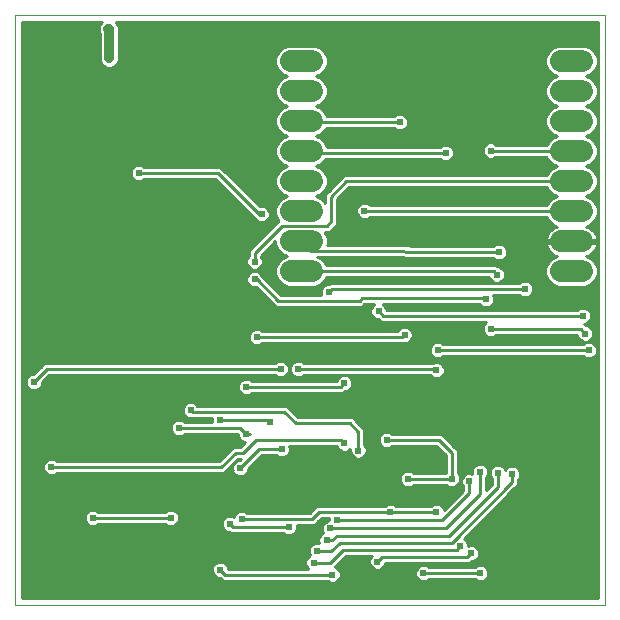
<source format=gbl>
G75*
%MOIN*%
%OFA0B0*%
%FSLAX25Y25*%
%IPPOS*%
%LPD*%
%AMOC8*
5,1,8,0,0,1.08239X$1,22.5*
%
%ADD10C,0.00000*%
%ADD11C,0.07200*%
%ADD12C,0.01000*%
%ADD13C,0.02400*%
%ADD14C,0.03200*%
D10*
X0005982Y0001000D02*
X0005982Y0197850D01*
X0202832Y0197850D01*
X0202832Y0001000D01*
X0005982Y0001000D01*
D11*
X0097972Y0112260D02*
X0105172Y0112260D01*
X0105172Y0122260D02*
X0097972Y0122260D01*
X0097972Y0132260D02*
X0105172Y0132260D01*
X0105172Y0142260D02*
X0097972Y0142260D01*
X0097972Y0152260D02*
X0105172Y0152260D01*
X0105172Y0162260D02*
X0097972Y0162260D01*
X0097972Y0172260D02*
X0105172Y0172260D01*
X0105172Y0182260D02*
X0097972Y0182260D01*
X0187972Y0182260D02*
X0195172Y0182260D01*
X0195172Y0172260D02*
X0187972Y0172260D01*
X0187972Y0162260D02*
X0195172Y0162260D01*
X0195172Y0152260D02*
X0187972Y0152260D01*
X0187972Y0142260D02*
X0195172Y0142260D01*
X0195172Y0132260D02*
X0187972Y0132260D01*
X0187972Y0122260D02*
X0195172Y0122260D01*
X0195172Y0112260D02*
X0187972Y0112260D01*
D12*
X0184329Y0115829D02*
X0108816Y0115829D01*
X0109496Y0115149D02*
X0108061Y0116583D01*
X0106821Y0117097D01*
X0165569Y0116728D01*
X0165870Y0116428D01*
X0166862Y0116017D01*
X0167936Y0116017D01*
X0168928Y0116428D01*
X0169688Y0117187D01*
X0170099Y0118179D01*
X0170099Y0119254D01*
X0169688Y0120246D01*
X0168928Y0121005D01*
X0167936Y0121417D01*
X0166862Y0121417D01*
X0165870Y0121005D01*
X0165592Y0120728D01*
X0110202Y0121076D01*
X0110272Y0121245D01*
X0110272Y0123274D01*
X0109496Y0125149D01*
X0109267Y0125378D01*
X0110747Y0125378D01*
X0111919Y0126550D01*
X0113493Y0128124D01*
X0113493Y0136392D01*
X0117361Y0140260D01*
X0183280Y0140260D01*
X0183649Y0139371D01*
X0185083Y0137936D01*
X0186716Y0137260D01*
X0185083Y0136583D01*
X0183649Y0135149D01*
X0183280Y0134260D01*
X0124572Y0134260D01*
X0124046Y0134785D01*
X0123054Y0135196D01*
X0121980Y0135196D01*
X0120988Y0134785D01*
X0120228Y0134025D01*
X0119817Y0133033D01*
X0119817Y0131959D01*
X0120228Y0130967D01*
X0120988Y0130207D01*
X0121980Y0129796D01*
X0123054Y0129796D01*
X0124046Y0130207D01*
X0124099Y0130260D01*
X0183280Y0130260D01*
X0183649Y0129371D01*
X0185083Y0127936D01*
X0186778Y0127234D01*
X0186014Y0126986D01*
X0185299Y0126622D01*
X0184650Y0126150D01*
X0184082Y0125582D01*
X0183610Y0124933D01*
X0183246Y0124218D01*
X0182998Y0123454D01*
X0182888Y0122760D01*
X0191072Y0122760D01*
X0191072Y0121760D01*
X0182888Y0121760D01*
X0182998Y0121066D01*
X0183246Y0120302D01*
X0183610Y0119587D01*
X0184082Y0118937D01*
X0184650Y0118370D01*
X0185299Y0117898D01*
X0186014Y0117533D01*
X0186778Y0117285D01*
X0185083Y0116583D01*
X0183649Y0115149D01*
X0182872Y0113274D01*
X0182872Y0111245D01*
X0183649Y0109371D01*
X0185083Y0107936D01*
X0186958Y0107160D01*
X0196187Y0107160D01*
X0198061Y0107936D01*
X0199496Y0109371D01*
X0200272Y0111245D01*
X0200272Y0113274D01*
X0199496Y0115149D01*
X0198061Y0116583D01*
X0196366Y0117285D01*
X0196366Y0117285D01*
X0197130Y0117533D01*
X0197845Y0117898D01*
X0198495Y0118370D01*
X0199062Y0118937D01*
X0199534Y0119587D01*
X0199898Y0120302D01*
X0200147Y0121066D01*
X0200257Y0121760D01*
X0192072Y0121760D01*
X0192072Y0122760D01*
X0200257Y0122760D01*
X0200147Y0123454D01*
X0199898Y0124218D01*
X0199534Y0124933D01*
X0199062Y0125582D01*
X0198495Y0126150D01*
X0197845Y0126622D01*
X0197130Y0126986D01*
X0196366Y0127234D01*
X0198061Y0127936D01*
X0199496Y0129371D01*
X0200272Y0131245D01*
X0200272Y0133274D01*
X0199496Y0135149D01*
X0198061Y0136583D01*
X0196428Y0137260D01*
X0198061Y0137936D01*
X0199496Y0139371D01*
X0200272Y0141245D01*
X0200272Y0143274D01*
X0199496Y0145149D01*
X0198061Y0146583D01*
X0196428Y0147260D01*
X0198061Y0147936D01*
X0199496Y0149371D01*
X0200272Y0151245D01*
X0200272Y0153274D01*
X0199496Y0155149D01*
X0198061Y0156583D01*
X0196428Y0157260D01*
X0198061Y0157936D01*
X0199496Y0159371D01*
X0200272Y0161245D01*
X0200272Y0163274D01*
X0199496Y0165149D01*
X0198061Y0166583D01*
X0196428Y0167260D01*
X0198061Y0167936D01*
X0199496Y0169371D01*
X0200272Y0171245D01*
X0200272Y0173274D01*
X0199496Y0175149D01*
X0198061Y0176583D01*
X0196428Y0177260D01*
X0198061Y0177936D01*
X0199496Y0179371D01*
X0200272Y0181245D01*
X0200272Y0183274D01*
X0199496Y0185149D01*
X0198061Y0186583D01*
X0196187Y0187360D01*
X0186958Y0187360D01*
X0185083Y0186583D01*
X0183649Y0185149D01*
X0182872Y0183274D01*
X0182872Y0181245D01*
X0183649Y0179371D01*
X0185083Y0177936D01*
X0186716Y0177260D01*
X0185083Y0176583D01*
X0183649Y0175149D01*
X0182872Y0173274D01*
X0182872Y0171245D01*
X0183649Y0169371D01*
X0185083Y0167936D01*
X0186716Y0167260D01*
X0185083Y0166583D01*
X0183649Y0165149D01*
X0182872Y0163274D01*
X0182872Y0161245D01*
X0183649Y0159371D01*
X0185083Y0157936D01*
X0186716Y0157260D01*
X0185083Y0156583D01*
X0183649Y0155149D01*
X0183411Y0154575D01*
X0166461Y0154575D01*
X0166172Y0154864D01*
X0165180Y0155275D01*
X0164106Y0155275D01*
X0163114Y0154864D01*
X0162354Y0154104D01*
X0161943Y0153112D01*
X0161943Y0152038D01*
X0162354Y0151045D01*
X0163114Y0150286D01*
X0164106Y0149875D01*
X0165180Y0149875D01*
X0166172Y0150286D01*
X0166461Y0150575D01*
X0183150Y0150575D01*
X0183649Y0149371D01*
X0185083Y0147936D01*
X0186716Y0147260D01*
X0185083Y0146583D01*
X0183649Y0145149D01*
X0183280Y0144260D01*
X0115704Y0144260D01*
X0110665Y0139220D01*
X0109493Y0138049D01*
X0109493Y0135151D01*
X0108061Y0136583D01*
X0106428Y0137260D01*
X0108061Y0137936D01*
X0109496Y0139371D01*
X0110272Y0141245D01*
X0110272Y0143274D01*
X0109496Y0145149D01*
X0108061Y0146583D01*
X0106428Y0147260D01*
X0108061Y0147936D01*
X0109496Y0149371D01*
X0109668Y0149787D01*
X0147864Y0149787D01*
X0148153Y0149498D01*
X0149145Y0149087D01*
X0150219Y0149087D01*
X0151212Y0149498D01*
X0151971Y0150258D01*
X0152382Y0151250D01*
X0152382Y0152324D01*
X0151971Y0153317D01*
X0151212Y0154076D01*
X0150219Y0154487D01*
X0149145Y0154487D01*
X0148153Y0154076D01*
X0147864Y0153787D01*
X0110060Y0153787D01*
X0109496Y0155149D01*
X0108061Y0156583D01*
X0106428Y0157260D01*
X0108061Y0157936D01*
X0109496Y0159371D01*
X0109766Y0160024D01*
X0132510Y0160024D01*
X0132799Y0159735D01*
X0133791Y0159324D01*
X0134865Y0159324D01*
X0135857Y0159735D01*
X0136617Y0160494D01*
X0137028Y0161487D01*
X0137028Y0162561D01*
X0136617Y0163553D01*
X0135857Y0164313D01*
X0134865Y0164724D01*
X0133791Y0164724D01*
X0132799Y0164313D01*
X0132510Y0164024D01*
X0109962Y0164024D01*
X0109496Y0165149D01*
X0108061Y0166583D01*
X0106428Y0167260D01*
X0108061Y0167936D01*
X0109496Y0169371D01*
X0110272Y0171245D01*
X0110272Y0173274D01*
X0109496Y0175149D01*
X0108061Y0176583D01*
X0106428Y0177260D01*
X0108061Y0177936D01*
X0109496Y0179371D01*
X0110272Y0181245D01*
X0110272Y0183274D01*
X0109496Y0185149D01*
X0108061Y0186583D01*
X0106187Y0187360D01*
X0096958Y0187360D01*
X0095083Y0186583D01*
X0093649Y0185149D01*
X0092872Y0183274D01*
X0092872Y0181245D01*
X0093649Y0179371D01*
X0095083Y0177936D01*
X0096716Y0177260D01*
X0095083Y0176583D01*
X0093649Y0175149D01*
X0092872Y0173274D01*
X0092872Y0171245D01*
X0093649Y0169371D01*
X0095083Y0167936D01*
X0096716Y0167260D01*
X0095083Y0166583D01*
X0093649Y0165149D01*
X0092872Y0163274D01*
X0092872Y0161245D01*
X0093649Y0159371D01*
X0095083Y0157936D01*
X0096716Y0157260D01*
X0095083Y0156583D01*
X0093649Y0155149D01*
X0092872Y0153274D01*
X0092872Y0151245D01*
X0093649Y0149371D01*
X0095083Y0147936D01*
X0096716Y0147260D01*
X0095083Y0146583D01*
X0093649Y0145149D01*
X0092872Y0143274D01*
X0092872Y0141245D01*
X0093649Y0139371D01*
X0095083Y0137936D01*
X0096716Y0137260D01*
X0095083Y0136583D01*
X0093649Y0135149D01*
X0092872Y0133274D01*
X0092872Y0131245D01*
X0093649Y0129371D01*
X0093886Y0129134D01*
X0085074Y0120323D01*
X0083903Y0119151D01*
X0083903Y0117385D01*
X0083614Y0117096D01*
X0083203Y0116104D01*
X0083203Y0115030D01*
X0083614Y0114037D01*
X0084373Y0113278D01*
X0085366Y0112867D01*
X0086440Y0112867D01*
X0087432Y0113278D01*
X0088192Y0114037D01*
X0088603Y0115030D01*
X0088603Y0116104D01*
X0088192Y0117096D01*
X0087903Y0117385D01*
X0087903Y0117494D01*
X0092872Y0122464D01*
X0092872Y0121245D01*
X0093649Y0119371D01*
X0095083Y0117936D01*
X0096716Y0117260D01*
X0095083Y0116583D01*
X0093649Y0115149D01*
X0092872Y0113274D01*
X0092872Y0111245D01*
X0093649Y0109371D01*
X0095083Y0107936D01*
X0096958Y0107160D01*
X0106187Y0107160D01*
X0108061Y0107936D01*
X0109496Y0109371D01*
X0109864Y0110260D01*
X0164094Y0110260D01*
X0164323Y0109707D01*
X0165082Y0108947D01*
X0166074Y0108536D01*
X0167149Y0108536D01*
X0168141Y0108947D01*
X0168900Y0109707D01*
X0169312Y0110699D01*
X0169312Y0111773D01*
X0168900Y0112766D01*
X0168141Y0113525D01*
X0167149Y0113936D01*
X0166740Y0113936D01*
X0166416Y0114260D01*
X0109864Y0114260D01*
X0109496Y0115149D01*
X0109628Y0114830D02*
X0183517Y0114830D01*
X0183103Y0113832D02*
X0167401Y0113832D01*
X0168833Y0112833D02*
X0182872Y0112833D01*
X0182872Y0111835D02*
X0169286Y0111835D01*
X0169312Y0110836D02*
X0183042Y0110836D01*
X0183455Y0109838D02*
X0168955Y0109838D01*
X0167880Y0108839D02*
X0174624Y0108839D01*
X0174531Y0108801D02*
X0174242Y0108512D01*
X0111059Y0108512D01*
X0110578Y0108031D01*
X0110169Y0108031D01*
X0109177Y0107620D01*
X0108417Y0106860D01*
X0108006Y0105868D01*
X0108006Y0104794D01*
X0108097Y0104575D01*
X0094605Y0104575D01*
X0088335Y0110845D01*
X0088192Y0111191D01*
X0087432Y0111950D01*
X0086440Y0112361D01*
X0085366Y0112361D01*
X0084373Y0111950D01*
X0083614Y0111191D01*
X0083203Y0110198D01*
X0083203Y0109124D01*
X0083614Y0108132D01*
X0084373Y0107372D01*
X0085366Y0106961D01*
X0086440Y0106961D01*
X0086526Y0106997D01*
X0091777Y0101746D01*
X0092948Y0100575D01*
X0121771Y0100575D01*
X0122558Y0101362D01*
X0125813Y0101362D01*
X0125712Y0101320D01*
X0124952Y0100561D01*
X0124541Y0099569D01*
X0124541Y0098494D01*
X0124952Y0097502D01*
X0125712Y0096743D01*
X0126704Y0096331D01*
X0127113Y0096331D01*
X0127988Y0095457D01*
X0163214Y0095457D01*
X0163114Y0095415D01*
X0162354Y0094655D01*
X0161943Y0093663D01*
X0161943Y0092589D01*
X0162354Y0091597D01*
X0163114Y0090837D01*
X0164106Y0090426D01*
X0165180Y0090426D01*
X0166172Y0090837D01*
X0166461Y0091126D01*
X0193439Y0091126D01*
X0193439Y0091014D01*
X0193850Y0090022D01*
X0194610Y0089262D01*
X0195602Y0088851D01*
X0196676Y0088851D01*
X0197669Y0089262D01*
X0198428Y0090022D01*
X0198839Y0091014D01*
X0198839Y0092088D01*
X0198428Y0093081D01*
X0197669Y0093840D01*
X0196676Y0094251D01*
X0196267Y0094251D01*
X0195762Y0094757D01*
X0195889Y0094757D01*
X0196881Y0095168D01*
X0197641Y0095927D01*
X0198052Y0096920D01*
X0198052Y0097994D01*
X0197641Y0098986D01*
X0196881Y0099746D01*
X0195889Y0100157D01*
X0194815Y0100157D01*
X0193822Y0099746D01*
X0193533Y0099457D01*
X0129941Y0099457D01*
X0129941Y0099569D01*
X0129530Y0100561D01*
X0128771Y0101320D01*
X0128670Y0101362D01*
X0160856Y0101362D01*
X0161539Y0100680D01*
X0162531Y0100269D01*
X0163605Y0100269D01*
X0164598Y0100680D01*
X0165357Y0101439D01*
X0165768Y0102431D01*
X0165768Y0103506D01*
X0165357Y0104498D01*
X0165343Y0104512D01*
X0174242Y0104512D01*
X0174531Y0104223D01*
X0175523Y0103812D01*
X0176597Y0103812D01*
X0177590Y0104223D01*
X0178349Y0104982D01*
X0178760Y0105975D01*
X0178760Y0107049D01*
X0178349Y0108041D01*
X0177590Y0108801D01*
X0176597Y0109212D01*
X0175523Y0109212D01*
X0174531Y0108801D01*
X0176060Y0106512D02*
X0111887Y0106512D01*
X0110706Y0105331D01*
X0109710Y0107841D02*
X0107830Y0107841D01*
X0108410Y0106842D02*
X0092338Y0106842D01*
X0093336Y0105844D02*
X0108006Y0105844D01*
X0108006Y0104845D02*
X0094335Y0104845D01*
X0093777Y0102575D02*
X0120942Y0102575D01*
X0121730Y0103362D01*
X0162675Y0103362D01*
X0163068Y0102969D01*
X0161367Y0100851D02*
X0129240Y0100851D01*
X0129824Y0099853D02*
X0194081Y0099853D01*
X0196623Y0099853D02*
X0200332Y0099853D01*
X0200332Y0100851D02*
X0164769Y0100851D01*
X0165527Y0101850D02*
X0200332Y0101850D01*
X0200332Y0102848D02*
X0165768Y0102848D01*
X0165627Y0103847D02*
X0175439Y0103847D01*
X0176682Y0103847D02*
X0200332Y0103847D01*
X0200332Y0104845D02*
X0178212Y0104845D01*
X0178706Y0105844D02*
X0200332Y0105844D01*
X0200332Y0106842D02*
X0178760Y0106842D01*
X0178432Y0107841D02*
X0185314Y0107841D01*
X0184180Y0108839D02*
X0177497Y0108839D01*
X0169328Y0116827D02*
X0185672Y0116827D01*
X0185441Y0117826D02*
X0169952Y0117826D01*
X0170099Y0118824D02*
X0184195Y0118824D01*
X0183490Y0119823D02*
X0169863Y0119823D01*
X0169112Y0120821D02*
X0183077Y0120821D01*
X0182897Y0122818D02*
X0110272Y0122818D01*
X0110272Y0121820D02*
X0191072Y0121820D01*
X0192072Y0121820D02*
X0200332Y0121820D01*
X0200332Y0122818D02*
X0200247Y0122818D01*
X0200332Y0123817D02*
X0200029Y0123817D01*
X0200332Y0124815D02*
X0199594Y0124815D01*
X0200332Y0125814D02*
X0198831Y0125814D01*
X0197471Y0126812D02*
X0200332Y0126812D01*
X0200332Y0127811D02*
X0197758Y0127811D01*
X0196366Y0127234D02*
X0196366Y0127234D01*
X0198934Y0128809D02*
X0200332Y0128809D01*
X0200332Y0129808D02*
X0199677Y0129808D01*
X0200090Y0130806D02*
X0200332Y0130806D01*
X0200332Y0131805D02*
X0200272Y0131805D01*
X0200272Y0132803D02*
X0200332Y0132803D01*
X0200332Y0133802D02*
X0200054Y0133802D01*
X0200332Y0134801D02*
X0199640Y0134801D01*
X0200332Y0135799D02*
X0198845Y0135799D01*
X0197544Y0136798D02*
X0200332Y0136798D01*
X0200332Y0137796D02*
X0197723Y0137796D01*
X0198919Y0138795D02*
X0200332Y0138795D01*
X0200332Y0139793D02*
X0199671Y0139793D01*
X0200084Y0140792D02*
X0200332Y0140792D01*
X0200332Y0141790D02*
X0200272Y0141790D01*
X0200272Y0142789D02*
X0200332Y0142789D01*
X0200332Y0143787D02*
X0200060Y0143787D01*
X0200332Y0144786D02*
X0199646Y0144786D01*
X0200332Y0145784D02*
X0198860Y0145784D01*
X0197580Y0146783D02*
X0200332Y0146783D01*
X0200332Y0147781D02*
X0197687Y0147781D01*
X0198904Y0148780D02*
X0200332Y0148780D01*
X0200332Y0149778D02*
X0199664Y0149778D01*
X0200078Y0150777D02*
X0200332Y0150777D01*
X0200332Y0151775D02*
X0200272Y0151775D01*
X0200272Y0152774D02*
X0200332Y0152774D01*
X0200332Y0153772D02*
X0200066Y0153772D01*
X0200332Y0154771D02*
X0199652Y0154771D01*
X0200332Y0155769D02*
X0198875Y0155769D01*
X0197616Y0156768D02*
X0200332Y0156768D01*
X0200332Y0157766D02*
X0197651Y0157766D01*
X0198890Y0158765D02*
X0200332Y0158765D01*
X0200332Y0159763D02*
X0199658Y0159763D01*
X0200072Y0160762D02*
X0200332Y0160762D01*
X0200332Y0161760D02*
X0200272Y0161760D01*
X0200272Y0162759D02*
X0200332Y0162759D01*
X0200332Y0163757D02*
X0200072Y0163757D01*
X0200332Y0164756D02*
X0199658Y0164756D01*
X0200332Y0165754D02*
X0198890Y0165754D01*
X0197652Y0166753D02*
X0200332Y0166753D01*
X0200332Y0167751D02*
X0197615Y0167751D01*
X0198875Y0168750D02*
X0200332Y0168750D01*
X0200332Y0169748D02*
X0199652Y0169748D01*
X0200066Y0170747D02*
X0200332Y0170747D01*
X0200332Y0171745D02*
X0200272Y0171745D01*
X0200272Y0172744D02*
X0200332Y0172744D01*
X0200332Y0173742D02*
X0200078Y0173742D01*
X0200332Y0174741D02*
X0199665Y0174741D01*
X0200332Y0175739D02*
X0198905Y0175739D01*
X0197688Y0176738D02*
X0200332Y0176738D01*
X0200332Y0177737D02*
X0197579Y0177737D01*
X0198860Y0178735D02*
X0200332Y0178735D01*
X0200332Y0179734D02*
X0199646Y0179734D01*
X0200060Y0180732D02*
X0200332Y0180732D01*
X0200332Y0181731D02*
X0200272Y0181731D01*
X0200272Y0182729D02*
X0200332Y0182729D01*
X0200332Y0183728D02*
X0200084Y0183728D01*
X0200332Y0184726D02*
X0199671Y0184726D01*
X0200332Y0185725D02*
X0198920Y0185725D01*
X0197724Y0186723D02*
X0200332Y0186723D01*
X0200332Y0187722D02*
X0040578Y0187722D01*
X0040578Y0188720D02*
X0200332Y0188720D01*
X0200332Y0189719D02*
X0040578Y0189719D01*
X0040578Y0190717D02*
X0200332Y0190717D01*
X0200332Y0191716D02*
X0040578Y0191716D01*
X0040578Y0192714D02*
X0200332Y0192714D01*
X0200332Y0193713D02*
X0040578Y0193713D01*
X0040578Y0193743D02*
X0040106Y0194882D01*
X0039637Y0195350D01*
X0200332Y0195350D01*
X0200332Y0003500D01*
X0008482Y0003500D01*
X0008482Y0195350D01*
X0034924Y0195350D01*
X0034456Y0194882D01*
X0033984Y0193743D01*
X0033984Y0192509D01*
X0034378Y0191559D01*
X0034378Y0182667D01*
X0034850Y0181527D01*
X0035722Y0180655D01*
X0036861Y0180183D01*
X0038094Y0180183D01*
X0039234Y0180655D01*
X0040106Y0181527D01*
X0040578Y0182667D01*
X0040578Y0193743D01*
X0040176Y0194711D02*
X0200332Y0194711D01*
X0185421Y0186723D02*
X0107724Y0186723D01*
X0108920Y0185725D02*
X0184224Y0185725D01*
X0183474Y0184726D02*
X0109671Y0184726D01*
X0110084Y0183728D02*
X0183060Y0183728D01*
X0182872Y0182729D02*
X0110272Y0182729D01*
X0110272Y0181731D02*
X0182872Y0181731D01*
X0183085Y0180732D02*
X0110060Y0180732D01*
X0109646Y0179734D02*
X0183498Y0179734D01*
X0184284Y0178735D02*
X0108860Y0178735D01*
X0107579Y0177737D02*
X0185566Y0177737D01*
X0185456Y0176738D02*
X0107688Y0176738D01*
X0108905Y0175739D02*
X0184239Y0175739D01*
X0183480Y0174741D02*
X0109665Y0174741D01*
X0110078Y0173742D02*
X0183066Y0173742D01*
X0182872Y0172744D02*
X0110272Y0172744D01*
X0110272Y0171745D02*
X0182872Y0171745D01*
X0183079Y0170747D02*
X0110066Y0170747D01*
X0109652Y0169748D02*
X0183492Y0169748D01*
X0184270Y0168750D02*
X0108875Y0168750D01*
X0107615Y0167751D02*
X0185530Y0167751D01*
X0185492Y0166753D02*
X0107652Y0166753D01*
X0108890Y0165754D02*
X0184254Y0165754D01*
X0183486Y0164756D02*
X0109658Y0164756D01*
X0109658Y0159763D02*
X0132770Y0159763D01*
X0134328Y0162024D02*
X0101808Y0162024D01*
X0101572Y0162260D01*
X0107651Y0157766D02*
X0185494Y0157766D01*
X0185528Y0156768D02*
X0107616Y0156768D01*
X0108875Y0155769D02*
X0184269Y0155769D01*
X0183492Y0154771D02*
X0166265Y0154771D01*
X0164643Y0152575D02*
X0191257Y0152575D01*
X0191572Y0152260D01*
X0185458Y0147781D02*
X0107687Y0147781D01*
X0107580Y0146783D02*
X0185564Y0146783D01*
X0184284Y0145784D02*
X0108860Y0145784D01*
X0109646Y0144786D02*
X0183498Y0144786D01*
X0184240Y0148780D02*
X0108904Y0148780D01*
X0109664Y0149778D02*
X0147873Y0149778D01*
X0149682Y0151787D02*
X0102045Y0151787D01*
X0101572Y0152260D01*
X0095528Y0156768D02*
X0008482Y0156768D01*
X0008482Y0157766D02*
X0095494Y0157766D01*
X0094255Y0158765D02*
X0008482Y0158765D01*
X0008482Y0159763D02*
X0093486Y0159763D01*
X0093072Y0160762D02*
X0008482Y0160762D01*
X0008482Y0161760D02*
X0092872Y0161760D01*
X0092872Y0162759D02*
X0008482Y0162759D01*
X0008482Y0163757D02*
X0093072Y0163757D01*
X0093486Y0164756D02*
X0008482Y0164756D01*
X0008482Y0165754D02*
X0094254Y0165754D01*
X0095492Y0166753D02*
X0008482Y0166753D01*
X0008482Y0167751D02*
X0095530Y0167751D01*
X0094270Y0168750D02*
X0008482Y0168750D01*
X0008482Y0169748D02*
X0093492Y0169748D01*
X0093079Y0170747D02*
X0008482Y0170747D01*
X0008482Y0171745D02*
X0092872Y0171745D01*
X0092872Y0172744D02*
X0008482Y0172744D01*
X0008482Y0173742D02*
X0093066Y0173742D01*
X0093480Y0174741D02*
X0008482Y0174741D01*
X0008482Y0175739D02*
X0094239Y0175739D01*
X0095456Y0176738D02*
X0008482Y0176738D01*
X0008482Y0177737D02*
X0095566Y0177737D01*
X0094284Y0178735D02*
X0008482Y0178735D01*
X0008482Y0179734D02*
X0093498Y0179734D01*
X0093085Y0180732D02*
X0039310Y0180732D01*
X0040190Y0181731D02*
X0092872Y0181731D01*
X0092872Y0182729D02*
X0040578Y0182729D01*
X0040578Y0183728D02*
X0093060Y0183728D01*
X0093474Y0184726D02*
X0040578Y0184726D01*
X0040578Y0185725D02*
X0094224Y0185725D01*
X0095421Y0186723D02*
X0040578Y0186723D01*
X0034378Y0186723D02*
X0008482Y0186723D01*
X0008482Y0185725D02*
X0034378Y0185725D01*
X0034378Y0184726D02*
X0008482Y0184726D01*
X0008482Y0183728D02*
X0034378Y0183728D01*
X0034378Y0182729D02*
X0008482Y0182729D01*
X0008482Y0181731D02*
X0034765Y0181731D01*
X0035645Y0180732D02*
X0008482Y0180732D01*
X0008482Y0187722D02*
X0034378Y0187722D01*
X0034378Y0188720D02*
X0008482Y0188720D01*
X0008482Y0189719D02*
X0034378Y0189719D01*
X0034378Y0190717D02*
X0008482Y0190717D01*
X0008482Y0191716D02*
X0034313Y0191716D01*
X0033984Y0192714D02*
X0008482Y0192714D01*
X0008482Y0193713D02*
X0033984Y0193713D01*
X0034385Y0194711D02*
X0008482Y0194711D01*
X0008482Y0155769D02*
X0094269Y0155769D01*
X0093492Y0154771D02*
X0008482Y0154771D01*
X0008482Y0153772D02*
X0093078Y0153772D01*
X0092872Y0152774D02*
X0008482Y0152774D01*
X0008482Y0151775D02*
X0092872Y0151775D01*
X0093066Y0150777D02*
X0008482Y0150777D01*
X0008482Y0149778D02*
X0093480Y0149778D01*
X0094240Y0148780D02*
X0008482Y0148780D01*
X0008482Y0147781D02*
X0046751Y0147781D01*
X0046783Y0147794D02*
X0045791Y0147383D01*
X0045031Y0146624D01*
X0044620Y0145632D01*
X0044620Y0144557D01*
X0045031Y0143565D01*
X0045791Y0142806D01*
X0046783Y0142394D01*
X0047857Y0142394D01*
X0048850Y0142806D01*
X0049139Y0143094D01*
X0072870Y0143094D01*
X0085478Y0130487D01*
X0085833Y0130131D01*
X0085976Y0129786D01*
X0086736Y0129026D01*
X0087728Y0128615D01*
X0088802Y0128615D01*
X0089794Y0129026D01*
X0090554Y0129786D01*
X0090965Y0130778D01*
X0090965Y0131852D01*
X0090554Y0132844D01*
X0089794Y0133604D01*
X0088802Y0134015D01*
X0087728Y0134015D01*
X0087642Y0133979D01*
X0074527Y0147094D01*
X0049139Y0147094D01*
X0048850Y0147383D01*
X0047857Y0147794D01*
X0046783Y0147794D01*
X0047889Y0147781D02*
X0095458Y0147781D01*
X0095564Y0146783D02*
X0074838Y0146783D01*
X0075837Y0145784D02*
X0094284Y0145784D01*
X0093498Y0144786D02*
X0076835Y0144786D01*
X0077834Y0143787D02*
X0093085Y0143787D01*
X0092872Y0142789D02*
X0078832Y0142789D01*
X0079831Y0141790D02*
X0092872Y0141790D01*
X0093060Y0140792D02*
X0080829Y0140792D01*
X0081828Y0139793D02*
X0093474Y0139793D01*
X0094225Y0138795D02*
X0082826Y0138795D01*
X0083825Y0137796D02*
X0095422Y0137796D01*
X0095600Y0136798D02*
X0084823Y0136798D01*
X0085822Y0135799D02*
X0094299Y0135799D01*
X0093504Y0134801D02*
X0086821Y0134801D01*
X0089316Y0133802D02*
X0093091Y0133802D01*
X0092872Y0132803D02*
X0090571Y0132803D01*
X0090965Y0131805D02*
X0092872Y0131805D01*
X0093054Y0130806D02*
X0090965Y0130806D01*
X0090563Y0129808D02*
X0093468Y0129808D01*
X0093561Y0128809D02*
X0089272Y0128809D01*
X0087258Y0128809D02*
X0008482Y0128809D01*
X0008482Y0127811D02*
X0092563Y0127811D01*
X0091564Y0126812D02*
X0008482Y0126812D01*
X0008482Y0125814D02*
X0090566Y0125814D01*
X0089567Y0124815D02*
X0008482Y0124815D01*
X0008482Y0123817D02*
X0088569Y0123817D01*
X0087570Y0122818D02*
X0008482Y0122818D01*
X0008482Y0121820D02*
X0086571Y0121820D01*
X0085573Y0120821D02*
X0008482Y0120821D01*
X0008482Y0119823D02*
X0084574Y0119823D01*
X0083903Y0118824D02*
X0008482Y0118824D01*
X0008482Y0117826D02*
X0083903Y0117826D01*
X0083502Y0116827D02*
X0008482Y0116827D01*
X0008482Y0115829D02*
X0083203Y0115829D01*
X0083286Y0114830D02*
X0008482Y0114830D01*
X0008482Y0113832D02*
X0083820Y0113832D01*
X0084258Y0111835D02*
X0008482Y0111835D01*
X0008482Y0112833D02*
X0092872Y0112833D01*
X0092872Y0111835D02*
X0087548Y0111835D01*
X0088344Y0110836D02*
X0093042Y0110836D01*
X0093455Y0109838D02*
X0089342Y0109838D01*
X0090341Y0108839D02*
X0094180Y0108839D01*
X0095314Y0107841D02*
X0091339Y0107841D01*
X0088678Y0104845D02*
X0008482Y0104845D01*
X0008482Y0103847D02*
X0089677Y0103847D01*
X0090675Y0102848D02*
X0008482Y0102848D01*
X0008482Y0101850D02*
X0091674Y0101850D01*
X0092672Y0100851D02*
X0008482Y0100851D01*
X0008482Y0099853D02*
X0124659Y0099853D01*
X0124541Y0098854D02*
X0008482Y0098854D01*
X0008482Y0097856D02*
X0124806Y0097856D01*
X0125597Y0096857D02*
X0008482Y0096857D01*
X0008482Y0095859D02*
X0127586Y0095859D01*
X0128816Y0097457D02*
X0127241Y0099031D01*
X0128816Y0097457D02*
X0195352Y0097457D01*
X0196138Y0094860D02*
X0200332Y0094860D01*
X0200332Y0093862D02*
X0197617Y0093862D01*
X0198518Y0092863D02*
X0200332Y0092863D01*
X0200332Y0091865D02*
X0198839Y0091865D01*
X0198778Y0090866D02*
X0200332Y0090866D01*
X0200332Y0089868D02*
X0198274Y0089868D01*
X0197857Y0088739D02*
X0196783Y0088739D01*
X0195791Y0088328D01*
X0195502Y0088039D01*
X0148745Y0088039D01*
X0148456Y0088328D01*
X0147464Y0088739D01*
X0146389Y0088739D01*
X0145397Y0088328D01*
X0144638Y0087569D01*
X0144226Y0086576D01*
X0144226Y0085502D01*
X0144638Y0084510D01*
X0145397Y0083750D01*
X0146389Y0083339D01*
X0147464Y0083339D01*
X0148456Y0083750D01*
X0148745Y0084039D01*
X0195502Y0084039D01*
X0195791Y0083750D01*
X0196783Y0083339D01*
X0197857Y0083339D01*
X0198850Y0083750D01*
X0199609Y0084510D01*
X0200020Y0085502D01*
X0200020Y0086576D01*
X0199609Y0087569D01*
X0198850Y0088328D01*
X0197857Y0088739D01*
X0196719Y0088869D02*
X0200332Y0088869D01*
X0200332Y0087870D02*
X0199307Y0087870D01*
X0199898Y0086872D02*
X0200332Y0086872D01*
X0200332Y0085873D02*
X0200020Y0085873D01*
X0199760Y0084875D02*
X0200332Y0084875D01*
X0200332Y0083876D02*
X0198976Y0083876D01*
X0200332Y0082878D02*
X0008482Y0082878D01*
X0008482Y0083876D02*
X0145271Y0083876D01*
X0144486Y0084875D02*
X0008482Y0084875D01*
X0008482Y0085873D02*
X0144226Y0085873D01*
X0144349Y0086872D02*
X0008482Y0086872D01*
X0008482Y0087870D02*
X0085669Y0087870D01*
X0086153Y0087670D02*
X0085161Y0088081D01*
X0084401Y0088841D01*
X0083990Y0089833D01*
X0083990Y0090907D01*
X0084401Y0091899D01*
X0085161Y0092659D01*
X0086153Y0093070D01*
X0087227Y0093070D01*
X0088220Y0092659D01*
X0088509Y0092370D01*
X0133483Y0092370D01*
X0133614Y0092687D01*
X0134373Y0093446D01*
X0135366Y0093857D01*
X0136440Y0093857D01*
X0137432Y0093446D01*
X0138192Y0092687D01*
X0138603Y0091695D01*
X0138603Y0090620D01*
X0138192Y0089628D01*
X0137432Y0088869D01*
X0136440Y0088457D01*
X0136031Y0088457D01*
X0135944Y0088370D01*
X0088509Y0088370D01*
X0088220Y0088081D01*
X0087227Y0087670D01*
X0086153Y0087670D01*
X0087711Y0087870D02*
X0144939Y0087870D01*
X0146926Y0086039D02*
X0197320Y0086039D01*
X0195665Y0083876D02*
X0148582Y0083876D01*
X0147473Y0081879D02*
X0200332Y0081879D01*
X0200332Y0080881D02*
X0148817Y0080881D01*
X0148822Y0080876D02*
X0148062Y0081635D01*
X0147070Y0082046D01*
X0145996Y0082046D01*
X0145256Y0081740D01*
X0102288Y0081740D01*
X0101999Y0082029D01*
X0101007Y0082440D01*
X0099933Y0082440D01*
X0098940Y0082029D01*
X0098181Y0081270D01*
X0097770Y0080277D01*
X0097770Y0079203D01*
X0098181Y0078211D01*
X0098940Y0077451D01*
X0099933Y0077040D01*
X0101007Y0077040D01*
X0101999Y0077451D01*
X0102288Y0077740D01*
X0144321Y0077740D01*
X0145003Y0077058D01*
X0145996Y0076646D01*
X0147070Y0076646D01*
X0148062Y0077058D01*
X0148822Y0077817D01*
X0149233Y0078809D01*
X0149233Y0079884D01*
X0148822Y0080876D01*
X0149233Y0079882D02*
X0200332Y0079882D01*
X0200332Y0078884D02*
X0149233Y0078884D01*
X0148850Y0077885D02*
X0200332Y0077885D01*
X0200332Y0076887D02*
X0147650Y0076887D01*
X0145415Y0076887D02*
X0117771Y0076887D01*
X0118113Y0076545D02*
X0117354Y0077305D01*
X0116361Y0077716D01*
X0115287Y0077716D01*
X0114295Y0077305D01*
X0113535Y0076545D01*
X0113241Y0075835D01*
X0084965Y0075835D01*
X0084676Y0076124D01*
X0083684Y0076535D01*
X0082610Y0076535D01*
X0081618Y0076124D01*
X0080858Y0075364D01*
X0080447Y0074372D01*
X0080447Y0073298D01*
X0080858Y0072305D01*
X0081618Y0071546D01*
X0082610Y0071135D01*
X0083684Y0071135D01*
X0084676Y0071546D01*
X0084965Y0071835D01*
X0115471Y0071835D01*
X0115953Y0072316D01*
X0116361Y0072316D01*
X0117354Y0072727D01*
X0118113Y0073486D01*
X0118524Y0074479D01*
X0118524Y0075553D01*
X0118113Y0076545D01*
X0118385Y0075888D02*
X0200332Y0075888D01*
X0200332Y0074890D02*
X0118524Y0074890D01*
X0118281Y0073891D02*
X0200332Y0073891D01*
X0200332Y0072893D02*
X0117520Y0072893D01*
X0115531Y0071894D02*
X0200332Y0071894D01*
X0200332Y0070896D02*
X0008482Y0070896D01*
X0008482Y0071894D02*
X0081269Y0071894D01*
X0080615Y0072893D02*
X0013261Y0072893D01*
X0012818Y0072709D02*
X0013810Y0073120D01*
X0014570Y0073880D01*
X0014981Y0074872D01*
X0014981Y0075281D01*
X0017440Y0077740D01*
X0092746Y0077740D01*
X0093035Y0077451D01*
X0094027Y0077040D01*
X0095101Y0077040D01*
X0096094Y0077451D01*
X0096853Y0078211D01*
X0097264Y0079203D01*
X0097264Y0080277D01*
X0096853Y0081270D01*
X0096094Y0082029D01*
X0095101Y0082440D01*
X0094027Y0082440D01*
X0093035Y0082029D01*
X0092746Y0081740D01*
X0015783Y0081740D01*
X0014612Y0080569D01*
X0014612Y0080569D01*
X0012152Y0078109D01*
X0011744Y0078109D01*
X0010751Y0077698D01*
X0009992Y0076939D01*
X0009581Y0075947D01*
X0009581Y0074872D01*
X0009992Y0073880D01*
X0010751Y0073120D01*
X0011744Y0072709D01*
X0012818Y0072709D01*
X0011301Y0072893D02*
X0008482Y0072893D01*
X0008482Y0073891D02*
X0009987Y0073891D01*
X0009581Y0074890D02*
X0008482Y0074890D01*
X0008482Y0075888D02*
X0009581Y0075888D01*
X0009970Y0076887D02*
X0008482Y0076887D01*
X0008482Y0077885D02*
X0011203Y0077885D01*
X0012927Y0078884D02*
X0008482Y0078884D01*
X0008482Y0079882D02*
X0013925Y0079882D01*
X0014924Y0080881D02*
X0008482Y0080881D01*
X0008482Y0081879D02*
X0092885Y0081879D01*
X0094564Y0079740D02*
X0016612Y0079740D01*
X0012281Y0075409D01*
X0014981Y0074890D02*
X0080662Y0074890D01*
X0080447Y0073891D02*
X0014574Y0073891D01*
X0015588Y0075888D02*
X0081382Y0075888D01*
X0083147Y0073835D02*
X0114643Y0073835D01*
X0115824Y0075016D01*
X0113877Y0076887D02*
X0016587Y0076887D01*
X0008482Y0069897D02*
X0200332Y0069897D01*
X0200332Y0068899D02*
X0008482Y0068899D01*
X0008482Y0067900D02*
X0062764Y0067900D01*
X0063114Y0068250D02*
X0062354Y0067490D01*
X0061943Y0066498D01*
X0061943Y0065424D01*
X0062354Y0064431D01*
X0063114Y0063672D01*
X0064106Y0063261D01*
X0065180Y0063261D01*
X0065920Y0063567D01*
X0071876Y0063567D01*
X0071786Y0063348D01*
X0071786Y0062274D01*
X0071876Y0062055D01*
X0062524Y0062055D01*
X0062235Y0062344D01*
X0061243Y0062755D01*
X0060169Y0062755D01*
X0059177Y0062344D01*
X0058417Y0061585D01*
X0058006Y0060592D01*
X0058006Y0059518D01*
X0058417Y0058526D01*
X0059177Y0057766D01*
X0060169Y0057355D01*
X0061243Y0057355D01*
X0062235Y0057766D01*
X0062524Y0058055D01*
X0080350Y0058055D01*
X0080447Y0057958D01*
X0080447Y0057550D01*
X0080858Y0056557D01*
X0081618Y0055798D01*
X0082610Y0055387D01*
X0082737Y0055387D01*
X0081137Y0053787D01*
X0078775Y0053787D01*
X0077604Y0052616D01*
X0074051Y0049063D01*
X0020005Y0049063D01*
X0019716Y0049352D01*
X0018723Y0049763D01*
X0017649Y0049763D01*
X0016657Y0049352D01*
X0015897Y0048592D01*
X0015486Y0047600D01*
X0015486Y0046526D01*
X0015897Y0045534D01*
X0016657Y0044774D01*
X0017649Y0044363D01*
X0018723Y0044363D01*
X0019716Y0044774D01*
X0020005Y0045063D01*
X0075708Y0045063D01*
X0080432Y0049787D01*
X0081468Y0049787D01*
X0081050Y0049369D01*
X0080641Y0049369D01*
X0079649Y0048958D01*
X0078890Y0048199D01*
X0078478Y0047206D01*
X0078478Y0046132D01*
X0078890Y0045140D01*
X0079649Y0044380D01*
X0080641Y0043969D01*
X0081716Y0043969D01*
X0082708Y0044380D01*
X0083467Y0045140D01*
X0083878Y0046132D01*
X0083878Y0046541D01*
X0088306Y0050969D01*
X0093140Y0050969D01*
X0093429Y0050680D01*
X0094421Y0050269D01*
X0095495Y0050269D01*
X0096487Y0050680D01*
X0097247Y0051439D01*
X0097658Y0052431D01*
X0097658Y0053506D01*
X0097404Y0054118D01*
X0113241Y0054118D01*
X0113535Y0053408D01*
X0114295Y0052648D01*
X0115287Y0052237D01*
X0116361Y0052237D01*
X0117354Y0052648D01*
X0117871Y0053165D01*
X0117849Y0053112D01*
X0117849Y0052038D01*
X0118260Y0051045D01*
X0119019Y0050286D01*
X0120011Y0049875D01*
X0121086Y0049875D01*
X0122078Y0050286D01*
X0122837Y0051045D01*
X0123249Y0052038D01*
X0123249Y0053112D01*
X0122837Y0054104D01*
X0122549Y0054393D01*
X0122549Y0059702D01*
X0119793Y0062458D01*
X0118621Y0063630D01*
X0100511Y0063630D01*
X0097745Y0066395D01*
X0096574Y0067567D01*
X0066855Y0067567D01*
X0066172Y0068250D01*
X0065180Y0068661D01*
X0064106Y0068661D01*
X0063114Y0068250D01*
X0062110Y0066902D02*
X0008482Y0066902D01*
X0008482Y0065903D02*
X0061943Y0065903D01*
X0062158Y0064905D02*
X0008482Y0064905D01*
X0008482Y0063906D02*
X0062879Y0063906D01*
X0064643Y0065961D02*
X0065037Y0065567D01*
X0095745Y0065567D01*
X0099682Y0061630D01*
X0117793Y0061630D01*
X0120549Y0058874D01*
X0120549Y0052575D01*
X0122913Y0053921D02*
X0128376Y0053921D01*
X0128468Y0053829D02*
X0129460Y0053418D01*
X0130534Y0053418D01*
X0131527Y0053829D01*
X0131816Y0054118D01*
X0146492Y0054118D01*
X0149651Y0050959D01*
X0149651Y0045126D01*
X0138902Y0045126D01*
X0138613Y0045415D01*
X0137621Y0045826D01*
X0136547Y0045826D01*
X0135555Y0045415D01*
X0134795Y0044655D01*
X0134384Y0043663D01*
X0134384Y0042589D01*
X0134795Y0041597D01*
X0135555Y0040837D01*
X0136547Y0040426D01*
X0137621Y0040426D01*
X0138613Y0040837D01*
X0138902Y0041126D01*
X0149833Y0041126D01*
X0150121Y0040837D01*
X0151114Y0040426D01*
X0152188Y0040426D01*
X0153180Y0040837D01*
X0153940Y0041597D01*
X0154351Y0042589D01*
X0154351Y0043663D01*
X0153940Y0044655D01*
X0153651Y0044944D01*
X0153651Y0052616D01*
X0152479Y0053787D01*
X0149320Y0056947D01*
X0148149Y0058118D01*
X0131816Y0058118D01*
X0131527Y0058407D01*
X0130534Y0058818D01*
X0129460Y0058818D01*
X0128468Y0058407D01*
X0127708Y0057648D01*
X0127297Y0056655D01*
X0127297Y0055581D01*
X0127708Y0054589D01*
X0128468Y0053829D01*
X0127571Y0054920D02*
X0122549Y0054920D01*
X0122549Y0055918D02*
X0127297Y0055918D01*
X0127406Y0056917D02*
X0122549Y0056917D01*
X0122549Y0057915D02*
X0127976Y0057915D01*
X0129997Y0056118D02*
X0147320Y0056118D01*
X0151651Y0051787D01*
X0151651Y0043126D01*
X0137084Y0043126D01*
X0135074Y0044934D02*
X0083262Y0044934D01*
X0083796Y0045933D02*
X0149651Y0045933D01*
X0149651Y0046932D02*
X0084269Y0046932D01*
X0085268Y0047930D02*
X0149651Y0047930D01*
X0149651Y0048929D02*
X0086266Y0048929D01*
X0087265Y0049927D02*
X0119885Y0049927D01*
X0121212Y0049927D02*
X0149651Y0049927D01*
X0149651Y0050926D02*
X0122718Y0050926D01*
X0123201Y0051924D02*
X0148686Y0051924D01*
X0147687Y0052923D02*
X0123249Y0052923D01*
X0118379Y0050926D02*
X0096733Y0050926D01*
X0097448Y0051924D02*
X0117896Y0051924D01*
X0117849Y0052923D02*
X0117628Y0052923D01*
X0115824Y0054937D02*
X0114643Y0056118D01*
X0086297Y0056118D01*
X0081966Y0051787D01*
X0079604Y0051787D01*
X0074879Y0047063D01*
X0018186Y0047063D01*
X0016234Y0048929D02*
X0008482Y0048929D01*
X0008482Y0049927D02*
X0074915Y0049927D01*
X0075913Y0050926D02*
X0008482Y0050926D01*
X0008482Y0051924D02*
X0076912Y0051924D01*
X0077910Y0052923D02*
X0008482Y0052923D01*
X0008482Y0053921D02*
X0081271Y0053921D01*
X0082270Y0054920D02*
X0008482Y0054920D01*
X0008482Y0055918D02*
X0081497Y0055918D01*
X0080709Y0056917D02*
X0008482Y0056917D01*
X0008482Y0057915D02*
X0059028Y0057915D01*
X0058256Y0058914D02*
X0008482Y0058914D01*
X0008482Y0059912D02*
X0058006Y0059912D01*
X0058138Y0060911D02*
X0008482Y0060911D01*
X0008482Y0061909D02*
X0058742Y0061909D01*
X0060706Y0060055D02*
X0081178Y0060055D01*
X0083147Y0058087D01*
X0084328Y0058087D01*
X0080447Y0057915D02*
X0062384Y0057915D01*
X0071786Y0062908D02*
X0008482Y0062908D01*
X0008482Y0047930D02*
X0015623Y0047930D01*
X0015486Y0046932D02*
X0008482Y0046932D01*
X0008482Y0045933D02*
X0015732Y0045933D01*
X0016496Y0044934D02*
X0008482Y0044934D01*
X0008482Y0043936D02*
X0134497Y0043936D01*
X0134384Y0042937D02*
X0008482Y0042937D01*
X0008482Y0041939D02*
X0134653Y0041939D01*
X0135451Y0040940D02*
X0008482Y0040940D01*
X0008482Y0039942D02*
X0155556Y0039942D01*
X0155556Y0040520D02*
X0155556Y0039230D01*
X0149155Y0032828D01*
X0148822Y0033632D01*
X0148062Y0034391D01*
X0147070Y0034802D01*
X0145996Y0034802D01*
X0145003Y0034391D01*
X0144714Y0034102D01*
X0132997Y0034102D01*
X0132708Y0034391D01*
X0131716Y0034802D01*
X0130641Y0034802D01*
X0129649Y0034391D01*
X0129360Y0034102D01*
X0106728Y0034102D01*
X0105556Y0032931D01*
X0104366Y0031740D01*
X0083391Y0031740D01*
X0083102Y0032029D01*
X0082109Y0032440D01*
X0081035Y0032440D01*
X0080043Y0032029D01*
X0079283Y0031270D01*
X0078978Y0030532D01*
X0078172Y0030865D01*
X0077098Y0030865D01*
X0076106Y0030454D01*
X0075346Y0029695D01*
X0074935Y0028702D01*
X0074935Y0027628D01*
X0075346Y0026636D01*
X0076106Y0025876D01*
X0077098Y0025465D01*
X0077507Y0025465D01*
X0077988Y0024984D01*
X0095502Y0024984D01*
X0095791Y0024695D01*
X0096783Y0024284D01*
X0097857Y0024284D01*
X0098850Y0024695D01*
X0099609Y0025455D01*
X0100020Y0026447D01*
X0100020Y0027521D01*
X0099930Y0027740D01*
X0106023Y0027740D01*
X0107194Y0028912D01*
X0108385Y0030102D01*
X0110853Y0030102D01*
X0110762Y0029884D01*
X0110762Y0029291D01*
X0110563Y0029291D01*
X0109570Y0028879D01*
X0108811Y0028120D01*
X0108400Y0027128D01*
X0108400Y0026053D01*
X0108791Y0025109D01*
X0108389Y0024942D01*
X0107630Y0024183D01*
X0107219Y0023191D01*
X0107219Y0022116D01*
X0107354Y0021791D01*
X0107306Y0021810D01*
X0106232Y0021810D01*
X0105240Y0021399D01*
X0104480Y0020640D01*
X0104069Y0019647D01*
X0104069Y0018573D01*
X0104460Y0017629D01*
X0104058Y0017462D01*
X0103299Y0016703D01*
X0102888Y0015710D01*
X0102888Y0014636D01*
X0103299Y0013644D01*
X0103707Y0013236D01*
X0077186Y0013236D01*
X0077186Y0013348D01*
X0076774Y0014340D01*
X0076015Y0015100D01*
X0075023Y0015511D01*
X0073948Y0015511D01*
X0072956Y0015100D01*
X0072197Y0014340D01*
X0071786Y0013348D01*
X0071786Y0012274D01*
X0072197Y0011282D01*
X0072956Y0010522D01*
X0073948Y0010111D01*
X0074357Y0010111D01*
X0075232Y0009236D01*
X0110069Y0009236D01*
X0110358Y0008947D01*
X0111350Y0008536D01*
X0112424Y0008536D01*
X0113417Y0008947D01*
X0114176Y0009707D01*
X0114587Y0010699D01*
X0114587Y0011773D01*
X0114176Y0012766D01*
X0113417Y0013525D01*
X0112613Y0013858D01*
X0116259Y0017504D01*
X0124966Y0017504D01*
X0124559Y0017096D01*
X0124148Y0016104D01*
X0124148Y0015030D01*
X0124559Y0014037D01*
X0125318Y0013278D01*
X0126311Y0012867D01*
X0127385Y0012867D01*
X0128377Y0013278D01*
X0129137Y0014037D01*
X0129548Y0015030D01*
X0129548Y0015142D01*
X0157597Y0015142D01*
X0158079Y0015623D01*
X0158487Y0015623D01*
X0159480Y0016034D01*
X0160239Y0016793D01*
X0160650Y0017786D01*
X0160650Y0018860D01*
X0160239Y0019852D01*
X0159480Y0020612D01*
X0158487Y0021023D01*
X0157413Y0021023D01*
X0157107Y0020896D01*
X0157107Y0021222D01*
X0156696Y0022214D01*
X0155936Y0022974D01*
X0155689Y0023076D01*
X0172558Y0039945D01*
X0173730Y0041116D01*
X0173730Y0042882D01*
X0174019Y0043171D01*
X0174430Y0044164D01*
X0174430Y0045238D01*
X0174019Y0046230D01*
X0173259Y0046990D01*
X0172267Y0047401D01*
X0171193Y0047401D01*
X0170200Y0046990D01*
X0169452Y0046242D01*
X0169294Y0046624D01*
X0168535Y0047383D01*
X0167542Y0047794D01*
X0166468Y0047794D01*
X0165476Y0047383D01*
X0164716Y0046624D01*
X0164305Y0045632D01*
X0164305Y0044557D01*
X0164716Y0043565D01*
X0165005Y0043276D01*
X0165005Y0041198D01*
X0163100Y0039293D01*
X0163100Y0043670D01*
X0163389Y0043959D01*
X0163800Y0044951D01*
X0163800Y0046025D01*
X0163389Y0047018D01*
X0162629Y0047777D01*
X0161637Y0048188D01*
X0160563Y0048188D01*
X0159570Y0047777D01*
X0158811Y0047018D01*
X0158400Y0046025D01*
X0158400Y0044951D01*
X0158419Y0044904D01*
X0158093Y0045039D01*
X0157019Y0045039D01*
X0156027Y0044628D01*
X0155267Y0043868D01*
X0154856Y0042876D01*
X0154856Y0041802D01*
X0155267Y0040809D01*
X0155556Y0040520D01*
X0155213Y0040940D02*
X0153284Y0040940D01*
X0154082Y0041939D02*
X0154856Y0041939D01*
X0154882Y0042937D02*
X0154351Y0042937D01*
X0154238Y0043936D02*
X0155335Y0043936D01*
X0156768Y0044934D02*
X0153661Y0044934D01*
X0153651Y0045933D02*
X0158400Y0045933D01*
X0158407Y0044934D02*
X0158345Y0044934D01*
X0158775Y0046932D02*
X0153651Y0046932D01*
X0153651Y0047930D02*
X0159939Y0047930D01*
X0162260Y0047930D02*
X0200332Y0047930D01*
X0200332Y0046932D02*
X0173317Y0046932D01*
X0174142Y0045933D02*
X0200332Y0045933D01*
X0200332Y0044934D02*
X0174430Y0044934D01*
X0174335Y0043936D02*
X0200332Y0043936D01*
X0200332Y0042937D02*
X0173785Y0042937D01*
X0173730Y0041939D02*
X0200332Y0041939D01*
X0200332Y0040940D02*
X0173554Y0040940D01*
X0172555Y0039942D02*
X0200332Y0039942D01*
X0200332Y0038943D02*
X0171557Y0038943D01*
X0170558Y0037945D02*
X0200332Y0037945D01*
X0200332Y0036946D02*
X0169560Y0036946D01*
X0168561Y0035948D02*
X0200332Y0035948D01*
X0200332Y0034949D02*
X0167563Y0034949D01*
X0166564Y0033951D02*
X0200332Y0033951D01*
X0200332Y0032952D02*
X0165566Y0032952D01*
X0164567Y0031954D02*
X0200332Y0031954D01*
X0200332Y0030955D02*
X0163569Y0030955D01*
X0162570Y0029957D02*
X0200332Y0029957D01*
X0200332Y0028958D02*
X0161571Y0028958D01*
X0160573Y0027960D02*
X0200332Y0027960D01*
X0200332Y0026961D02*
X0159574Y0026961D01*
X0158576Y0025963D02*
X0200332Y0025963D01*
X0200332Y0024964D02*
X0157577Y0024964D01*
X0156579Y0023966D02*
X0200332Y0023966D01*
X0200332Y0022967D02*
X0155943Y0022967D01*
X0156798Y0021969D02*
X0200332Y0021969D01*
X0200332Y0020970D02*
X0158614Y0020970D01*
X0157286Y0020970D02*
X0157107Y0020970D01*
X0154407Y0020685D02*
X0153226Y0019504D01*
X0115430Y0019504D01*
X0111100Y0015173D01*
X0105588Y0015173D01*
X0103572Y0016976D02*
X0008482Y0016976D01*
X0008482Y0015978D02*
X0102999Y0015978D01*
X0102888Y0014979D02*
X0076136Y0014979D01*
X0076924Y0013981D02*
X0103159Y0013981D01*
X0104317Y0017975D02*
X0008482Y0017975D01*
X0008482Y0018973D02*
X0104069Y0018973D01*
X0104203Y0019972D02*
X0008482Y0019972D01*
X0008482Y0020970D02*
X0104811Y0020970D01*
X0107280Y0021969D02*
X0008482Y0021969D01*
X0008482Y0022967D02*
X0107219Y0022967D01*
X0107540Y0023966D02*
X0008482Y0023966D01*
X0008482Y0024964D02*
X0095522Y0024964D01*
X0097320Y0026984D02*
X0078816Y0026984D01*
X0077635Y0028165D01*
X0075608Y0029957D02*
X0060689Y0029957D01*
X0060689Y0029597D02*
X0060689Y0030671D01*
X0060278Y0031663D01*
X0059519Y0032423D01*
X0058527Y0032834D01*
X0057452Y0032834D01*
X0056460Y0032423D01*
X0056171Y0032134D01*
X0033784Y0032134D01*
X0033495Y0032423D01*
X0032503Y0032834D01*
X0031429Y0032834D01*
X0030436Y0032423D01*
X0029677Y0031663D01*
X0029266Y0030671D01*
X0029266Y0029597D01*
X0029677Y0028604D01*
X0030436Y0027845D01*
X0031429Y0027434D01*
X0032503Y0027434D01*
X0033495Y0027845D01*
X0033784Y0028134D01*
X0056171Y0028134D01*
X0056460Y0027845D01*
X0057452Y0027434D01*
X0058527Y0027434D01*
X0059519Y0027845D01*
X0060278Y0028604D01*
X0060689Y0029597D01*
X0060425Y0028958D02*
X0075041Y0028958D01*
X0074935Y0027960D02*
X0059634Y0027960D01*
X0057989Y0030134D02*
X0031966Y0030134D01*
X0029967Y0031954D02*
X0008482Y0031954D01*
X0008482Y0032952D02*
X0105578Y0032952D01*
X0104579Y0031954D02*
X0083177Y0031954D01*
X0081572Y0029740D02*
X0105194Y0029740D01*
X0107556Y0032102D01*
X0131178Y0032102D01*
X0146533Y0032102D01*
X0148503Y0033951D02*
X0150277Y0033951D01*
X0149279Y0032952D02*
X0149103Y0032952D01*
X0151276Y0034949D02*
X0008482Y0034949D01*
X0008482Y0033951D02*
X0106577Y0033951D01*
X0108239Y0029957D02*
X0110792Y0029957D01*
X0109761Y0028958D02*
X0107241Y0028958D01*
X0107194Y0028912D02*
X0107194Y0028912D01*
X0106242Y0027960D02*
X0108744Y0027960D01*
X0108400Y0026961D02*
X0100020Y0026961D01*
X0099820Y0025963D02*
X0108437Y0025963D01*
X0108442Y0024964D02*
X0099119Y0024964D01*
X0106769Y0019110D02*
X0111493Y0019110D01*
X0114249Y0021866D01*
X0151651Y0021866D01*
X0171730Y0041945D01*
X0171730Y0044701D01*
X0170142Y0046932D02*
X0168987Y0046932D01*
X0167005Y0045094D02*
X0167005Y0040370D01*
X0150863Y0024228D01*
X0113462Y0024228D01*
X0111887Y0022654D01*
X0109919Y0022654D01*
X0111100Y0026591D02*
X0149682Y0026591D01*
X0161100Y0038008D01*
X0161100Y0045488D01*
X0163424Y0046932D02*
X0165024Y0046932D01*
X0164430Y0045933D02*
X0163800Y0045933D01*
X0163793Y0044934D02*
X0164305Y0044934D01*
X0164563Y0043936D02*
X0163366Y0043936D01*
X0163100Y0042937D02*
X0165005Y0042937D01*
X0165005Y0041939D02*
X0163100Y0041939D01*
X0163100Y0040940D02*
X0164747Y0040940D01*
X0163749Y0039942D02*
X0163100Y0039942D01*
X0157556Y0038402D02*
X0157556Y0042339D01*
X0155270Y0038943D02*
X0008482Y0038943D01*
X0008482Y0037945D02*
X0154271Y0037945D01*
X0153273Y0036946D02*
X0008482Y0036946D01*
X0008482Y0035948D02*
X0152274Y0035948D01*
X0157556Y0038402D02*
X0148501Y0029346D01*
X0113462Y0029346D01*
X0115731Y0016976D02*
X0124509Y0016976D01*
X0124148Y0015978D02*
X0114733Y0015978D01*
X0113734Y0014979D02*
X0124169Y0014979D01*
X0124616Y0013981D02*
X0112736Y0013981D01*
X0113960Y0012982D02*
X0126033Y0012982D01*
X0127663Y0012982D02*
X0139840Y0012982D01*
X0139913Y0013159D02*
X0139502Y0012167D01*
X0139502Y0011093D01*
X0139913Y0010100D01*
X0140673Y0009341D01*
X0141665Y0008930D01*
X0142739Y0008930D01*
X0143731Y0009341D01*
X0144020Y0009630D01*
X0159281Y0009630D01*
X0159570Y0009341D01*
X0160563Y0008930D01*
X0161637Y0008930D01*
X0162629Y0009341D01*
X0163389Y0010100D01*
X0163800Y0011093D01*
X0163800Y0012167D01*
X0163389Y0013159D01*
X0162629Y0013919D01*
X0161637Y0014330D01*
X0160563Y0014330D01*
X0159570Y0013919D01*
X0159281Y0013630D01*
X0144020Y0013630D01*
X0143731Y0013919D01*
X0142739Y0014330D01*
X0141665Y0014330D01*
X0140673Y0013919D01*
X0139913Y0013159D01*
X0140822Y0013981D02*
X0129080Y0013981D01*
X0129527Y0014979D02*
X0200332Y0014979D01*
X0200332Y0013981D02*
X0162480Y0013981D01*
X0163462Y0012982D02*
X0200332Y0012982D01*
X0200332Y0011984D02*
X0163800Y0011984D01*
X0163755Y0010985D02*
X0200332Y0010985D01*
X0200332Y0009987D02*
X0163275Y0009987D01*
X0161777Y0008988D02*
X0200332Y0008988D01*
X0200332Y0007990D02*
X0008482Y0007990D01*
X0008482Y0008988D02*
X0110317Y0008988D01*
X0111887Y0011236D02*
X0076060Y0011236D01*
X0074486Y0012811D01*
X0072493Y0010985D02*
X0008482Y0010985D01*
X0008482Y0009987D02*
X0074482Y0009987D01*
X0071906Y0011984D02*
X0008482Y0011984D01*
X0008482Y0012982D02*
X0071786Y0012982D01*
X0072048Y0013981D02*
X0008482Y0013981D01*
X0008482Y0014979D02*
X0072835Y0014979D01*
X0076019Y0025963D02*
X0008482Y0025963D01*
X0008482Y0026961D02*
X0075211Y0026961D01*
X0079153Y0030955D02*
X0060572Y0030955D01*
X0059988Y0031954D02*
X0079967Y0031954D01*
X0079095Y0044934D02*
X0019876Y0044934D01*
X0029384Y0030955D02*
X0008482Y0030955D01*
X0008482Y0029957D02*
X0029266Y0029957D01*
X0029530Y0028958D02*
X0008482Y0028958D01*
X0008482Y0027960D02*
X0030322Y0027960D01*
X0033610Y0027960D02*
X0056345Y0027960D01*
X0076578Y0045933D02*
X0078561Y0045933D01*
X0078478Y0046932D02*
X0077576Y0046932D01*
X0078575Y0047930D02*
X0078778Y0047930D01*
X0079573Y0048929D02*
X0079619Y0048929D01*
X0081178Y0046669D02*
X0087478Y0052969D01*
X0094958Y0052969D01*
X0097658Y0052923D02*
X0114020Y0052923D01*
X0113322Y0053921D02*
X0097486Y0053921D01*
X0093183Y0050926D02*
X0088263Y0050926D01*
X0091021Y0062024D02*
X0090234Y0062811D01*
X0074486Y0062811D01*
X0066522Y0067900D02*
X0200332Y0067900D01*
X0200332Y0066902D02*
X0097239Y0066902D01*
X0098237Y0065903D02*
X0200332Y0065903D01*
X0200332Y0064905D02*
X0099236Y0064905D01*
X0100235Y0063906D02*
X0200332Y0063906D01*
X0200332Y0062908D02*
X0119343Y0062908D01*
X0120342Y0061909D02*
X0200332Y0061909D01*
X0200332Y0060911D02*
X0121340Y0060911D01*
X0122339Y0059912D02*
X0200332Y0059912D01*
X0200332Y0058914D02*
X0122549Y0058914D01*
X0131619Y0053921D02*
X0146689Y0053921D01*
X0149350Y0056917D02*
X0200332Y0056917D01*
X0200332Y0057915D02*
X0148352Y0057915D01*
X0149320Y0056947D02*
X0149320Y0056947D01*
X0150349Y0055918D02*
X0200332Y0055918D01*
X0200332Y0054920D02*
X0151347Y0054920D01*
X0152346Y0053921D02*
X0200332Y0053921D01*
X0200332Y0052923D02*
X0153344Y0052923D01*
X0153651Y0051924D02*
X0200332Y0051924D01*
X0200332Y0050926D02*
X0153651Y0050926D01*
X0153651Y0049927D02*
X0200332Y0049927D01*
X0200332Y0048929D02*
X0153651Y0048929D01*
X0150018Y0040940D02*
X0138717Y0040940D01*
X0160120Y0019972D02*
X0200332Y0019972D01*
X0200332Y0018973D02*
X0160603Y0018973D01*
X0160650Y0017975D02*
X0200332Y0017975D01*
X0200332Y0016976D02*
X0160315Y0016976D01*
X0159344Y0015978D02*
X0200332Y0015978D01*
X0200332Y0006991D02*
X0008482Y0006991D01*
X0008482Y0005993D02*
X0200332Y0005993D01*
X0200332Y0004994D02*
X0008482Y0004994D01*
X0008482Y0003996D02*
X0200332Y0003996D01*
X0161100Y0011630D02*
X0142202Y0011630D01*
X0139502Y0011984D02*
X0114500Y0011984D01*
X0114587Y0010985D02*
X0139547Y0010985D01*
X0140027Y0009987D02*
X0114292Y0009987D01*
X0113457Y0008988D02*
X0141525Y0008988D01*
X0142880Y0008988D02*
X0160422Y0008988D01*
X0159719Y0013981D02*
X0143582Y0013981D01*
X0156769Y0017142D02*
X0157950Y0018323D01*
X0156769Y0017142D02*
X0128423Y0017142D01*
X0126848Y0015567D01*
X0177635Y0061630D02*
X0177635Y0063992D01*
X0178029Y0064386D01*
X0195559Y0088869D02*
X0137433Y0088869D01*
X0138291Y0089868D02*
X0194004Y0089868D01*
X0193500Y0090866D02*
X0166201Y0090866D01*
X0164643Y0093126D02*
X0194564Y0093126D01*
X0196139Y0091551D01*
X0197572Y0095859D02*
X0200332Y0095859D01*
X0200332Y0096857D02*
X0198026Y0096857D01*
X0198052Y0097856D02*
X0200332Y0097856D01*
X0200332Y0098854D02*
X0197695Y0098854D01*
X0197830Y0107841D02*
X0200332Y0107841D01*
X0200332Y0108839D02*
X0198964Y0108839D01*
X0199689Y0109838D02*
X0200332Y0109838D01*
X0200332Y0110836D02*
X0200103Y0110836D01*
X0200272Y0111835D02*
X0200332Y0111835D01*
X0200332Y0112833D02*
X0200272Y0112833D01*
X0200332Y0113832D02*
X0200041Y0113832D01*
X0200332Y0114830D02*
X0199628Y0114830D01*
X0200332Y0115829D02*
X0198816Y0115829D01*
X0197472Y0116827D02*
X0200332Y0116827D01*
X0200332Y0117826D02*
X0197704Y0117826D01*
X0198949Y0118824D02*
X0200332Y0118824D01*
X0200332Y0119823D02*
X0199654Y0119823D01*
X0200067Y0120821D02*
X0200332Y0120821D01*
X0191572Y0132260D02*
X0122753Y0132260D01*
X0122517Y0132496D01*
X0120136Y0133802D02*
X0113493Y0133802D01*
X0113493Y0132803D02*
X0119817Y0132803D01*
X0119881Y0131805D02*
X0113493Y0131805D01*
X0113493Y0130806D02*
X0120388Y0130806D01*
X0121951Y0129808D02*
X0113493Y0129808D01*
X0113493Y0128809D02*
X0184210Y0128809D01*
X0183468Y0129808D02*
X0123083Y0129808D01*
X0124009Y0134801D02*
X0183504Y0134801D01*
X0184299Y0135799D02*
X0113493Y0135799D01*
X0113493Y0134801D02*
X0121025Y0134801D01*
X0116894Y0139793D02*
X0183474Y0139793D01*
X0184225Y0138795D02*
X0115896Y0138795D01*
X0114897Y0137796D02*
X0185422Y0137796D01*
X0185600Y0136798D02*
X0113899Y0136798D01*
X0111493Y0137220D02*
X0111493Y0128953D01*
X0109919Y0127378D01*
X0094958Y0127378D01*
X0085903Y0118323D01*
X0085903Y0115567D01*
X0087986Y0113832D02*
X0093103Y0113832D01*
X0093517Y0114830D02*
X0088520Y0114830D01*
X0088603Y0115829D02*
X0094329Y0115829D01*
X0095672Y0116827D02*
X0088303Y0116827D01*
X0088234Y0117826D02*
X0095350Y0117826D01*
X0094195Y0118824D02*
X0089233Y0118824D01*
X0090231Y0119823D02*
X0093461Y0119823D01*
X0093048Y0120821D02*
X0091230Y0120821D01*
X0092228Y0121820D02*
X0092872Y0121820D01*
X0101572Y0122260D02*
X0104722Y0119110D01*
X0167399Y0118717D01*
X0165685Y0120821D02*
X0150716Y0120821D01*
X0149757Y0116827D02*
X0107472Y0116827D01*
X0101572Y0112260D02*
X0165588Y0112260D01*
X0166612Y0111236D01*
X0164268Y0109838D02*
X0109689Y0109838D01*
X0108964Y0108839D02*
X0165343Y0108839D01*
X0162559Y0094860D02*
X0008482Y0094860D01*
X0008482Y0093862D02*
X0162025Y0093862D01*
X0161943Y0092863D02*
X0138016Y0092863D01*
X0138532Y0091865D02*
X0162243Y0091865D01*
X0163085Y0090866D02*
X0138603Y0090866D01*
X0135903Y0091157D02*
X0135115Y0090370D01*
X0086690Y0090370D01*
X0085653Y0092863D02*
X0008482Y0092863D01*
X0008482Y0091865D02*
X0084387Y0091865D01*
X0083990Y0090866D02*
X0008482Y0090866D01*
X0008482Y0089868D02*
X0083990Y0089868D01*
X0084390Y0088869D02*
X0008482Y0088869D01*
X0008482Y0105844D02*
X0087680Y0105844D01*
X0086681Y0106842D02*
X0008482Y0106842D01*
X0008482Y0107841D02*
X0083905Y0107841D01*
X0083321Y0108839D02*
X0008482Y0108839D01*
X0008482Y0109838D02*
X0083203Y0109838D01*
X0083467Y0110836D02*
X0008482Y0110836D01*
X0008482Y0129808D02*
X0085967Y0129808D01*
X0085158Y0130806D02*
X0008482Y0130806D01*
X0008482Y0131805D02*
X0084159Y0131805D01*
X0083161Y0132803D02*
X0008482Y0132803D01*
X0008482Y0133802D02*
X0082162Y0133802D01*
X0081164Y0134801D02*
X0008482Y0134801D01*
X0008482Y0135799D02*
X0080165Y0135799D01*
X0079167Y0136798D02*
X0008482Y0136798D01*
X0008482Y0137796D02*
X0078168Y0137796D01*
X0077170Y0138795D02*
X0008482Y0138795D01*
X0008482Y0139793D02*
X0076171Y0139793D01*
X0075173Y0140792D02*
X0008482Y0140792D01*
X0008482Y0141790D02*
X0074174Y0141790D01*
X0073176Y0142789D02*
X0048809Y0142789D01*
X0047320Y0145094D02*
X0073698Y0145094D01*
X0087478Y0131315D01*
X0088265Y0131315D01*
X0107544Y0136798D02*
X0109493Y0136798D01*
X0109493Y0137796D02*
X0107723Y0137796D01*
X0108919Y0138795D02*
X0110239Y0138795D01*
X0109671Y0139793D02*
X0111238Y0139793D01*
X0112236Y0140792D02*
X0110084Y0140792D01*
X0110272Y0141790D02*
X0113235Y0141790D01*
X0114233Y0142789D02*
X0110272Y0142789D01*
X0110060Y0143787D02*
X0115232Y0143787D01*
X0116533Y0142260D02*
X0111493Y0137220D01*
X0109493Y0135799D02*
X0108845Y0135799D01*
X0116533Y0142260D02*
X0191572Y0142260D01*
X0183480Y0149778D02*
X0151492Y0149778D01*
X0152186Y0150777D02*
X0162623Y0150777D01*
X0162052Y0151775D02*
X0152382Y0151775D01*
X0152196Y0152774D02*
X0161943Y0152774D01*
X0162217Y0153772D02*
X0151516Y0153772D01*
X0163021Y0154771D02*
X0109652Y0154771D01*
X0108890Y0158765D02*
X0184255Y0158765D01*
X0183486Y0159763D02*
X0135886Y0159763D01*
X0136728Y0160762D02*
X0183072Y0160762D01*
X0182872Y0161760D02*
X0137028Y0161760D01*
X0136946Y0162759D02*
X0182872Y0162759D01*
X0183072Y0163757D02*
X0136413Y0163757D01*
X0113180Y0127811D02*
X0185386Y0127811D01*
X0185673Y0126812D02*
X0112182Y0126812D01*
X0111183Y0125814D02*
X0184314Y0125814D01*
X0183550Y0124815D02*
X0109634Y0124815D01*
X0110047Y0123817D02*
X0183116Y0123817D01*
X0186778Y0127234D02*
X0186778Y0127234D01*
X0186778Y0117285D02*
X0186778Y0117285D01*
X0145592Y0081879D02*
X0102149Y0081879D01*
X0100470Y0079740D02*
X0146139Y0079740D01*
X0146533Y0079346D01*
X0133790Y0092863D02*
X0087727Y0092863D01*
X0093777Y0102575D02*
X0086690Y0109661D01*
X0085903Y0109661D01*
X0096243Y0081879D02*
X0098791Y0081879D01*
X0098020Y0080881D02*
X0097014Y0080881D01*
X0097264Y0079882D02*
X0097770Y0079882D01*
X0097902Y0078884D02*
X0097132Y0078884D01*
X0096528Y0077885D02*
X0098506Y0077885D01*
X0084912Y0075888D02*
X0113263Y0075888D01*
X0122047Y0100851D02*
X0125243Y0100851D01*
X0045832Y0142789D02*
X0008482Y0142789D01*
X0008482Y0143787D02*
X0044939Y0143787D01*
X0044620Y0144786D02*
X0008482Y0144786D01*
X0008482Y0145784D02*
X0044683Y0145784D01*
X0045190Y0146783D02*
X0008482Y0146783D01*
D13*
X0037478Y0183283D03*
X0037084Y0193126D03*
X0082360Y0149031D03*
X0088265Y0131315D03*
X0085903Y0115567D03*
X0085903Y0109661D03*
X0086690Y0090370D03*
X0081572Y0089189D03*
X0094564Y0079740D03*
X0100470Y0079740D03*
X0104407Y0069110D03*
X0115824Y0075016D03*
X0127635Y0084858D03*
X0135903Y0091157D03*
X0141021Y0083677D03*
X0146926Y0086039D03*
X0146533Y0079346D03*
X0153226Y0079346D03*
X0164249Y0089583D03*
X0164643Y0093126D03*
X0163068Y0102969D03*
X0166612Y0111236D03*
X0167399Y0118717D03*
X0167399Y0125803D03*
X0179604Y0126197D03*
X0176060Y0106512D03*
X0180785Y0090370D03*
X0196139Y0091551D03*
X0197320Y0086039D03*
X0195352Y0097457D03*
X0177635Y0061630D03*
X0167005Y0045094D03*
X0171730Y0044701D03*
X0161100Y0045488D03*
X0157556Y0042339D03*
X0151651Y0043126D03*
X0146533Y0032102D03*
X0137084Y0043126D03*
X0132360Y0052181D03*
X0129997Y0056118D03*
X0120549Y0052575D03*
X0115824Y0054937D03*
X0100863Y0052969D03*
X0094958Y0052969D03*
X0091021Y0062024D03*
X0083147Y0058087D03*
X0074486Y0062811D03*
X0064643Y0065961D03*
X0060706Y0060055D03*
X0081178Y0046669D03*
X0081572Y0029740D03*
X0077635Y0028165D03*
X0074486Y0012811D03*
X0057989Y0030134D03*
X0031966Y0030134D03*
X0018186Y0047063D03*
X0017399Y0067535D03*
X0012281Y0075409D03*
X0083147Y0073835D03*
X0110706Y0105331D03*
X0127241Y0099031D03*
X0122517Y0132496D03*
X0149682Y0151787D03*
X0164643Y0152575D03*
X0134328Y0162024D03*
X0047320Y0145094D03*
X0131178Y0032102D03*
X0126848Y0015567D03*
X0132753Y0013992D03*
X0142202Y0011630D03*
X0154407Y0020685D03*
X0157950Y0018323D03*
X0161100Y0011630D03*
X0175667Y0018323D03*
X0113462Y0029346D03*
X0111100Y0026591D03*
X0109919Y0022654D03*
X0106769Y0019110D03*
X0105588Y0015173D03*
X0111887Y0011236D03*
X0097320Y0026984D03*
D14*
X0037478Y0183283D02*
X0037478Y0193126D01*
X0037084Y0193126D01*
M02*

</source>
